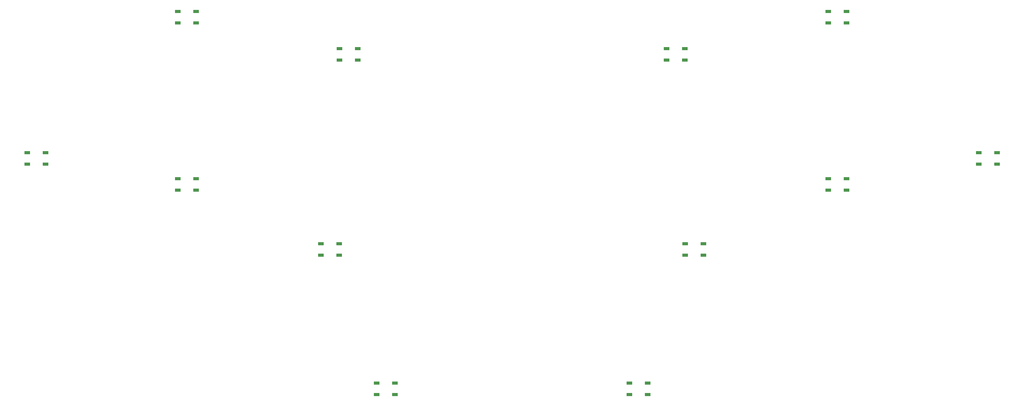
<source format=gbp>
G04 #@! TF.GenerationSoftware,KiCad,Pcbnew,7.0.1*
G04 #@! TF.CreationDate,2023-04-24T22:18:49+02:00*
G04 #@! TF.ProjectId,yeti,79657469-2e6b-4696-9361-645f70636258,rev?*
G04 #@! TF.SameCoordinates,Original*
G04 #@! TF.FileFunction,Paste,Bot*
G04 #@! TF.FilePolarity,Positive*
%FSLAX46Y46*%
G04 Gerber Fmt 4.6, Leading zero omitted, Abs format (unit mm)*
G04 Created by KiCad (PCBNEW 7.0.1) date 2023-04-24 22:18:49*
%MOMM*%
%LPD*%
G01*
G04 APERTURE LIST*
%ADD10R,1.501140X0.899160*%
G04 APERTURE END LIST*
D10*
X241259360Y-26339800D03*
X241259360Y-29540200D03*
X236260640Y-29540200D03*
X236260640Y-26339800D03*
X102575360Y-89839800D03*
X102575360Y-93040200D03*
X97576640Y-93040200D03*
X97576640Y-89839800D03*
X202143360Y-89839800D03*
X202143360Y-93040200D03*
X197144640Y-93040200D03*
X197144640Y-89839800D03*
X63459360Y-26339800D03*
X63459360Y-29540200D03*
X58460640Y-29540200D03*
X58460640Y-26339800D03*
X22311360Y-64947800D03*
X22311360Y-68148200D03*
X17312640Y-68148200D03*
X17312640Y-64947800D03*
X241259360Y-72059800D03*
X241259360Y-75260200D03*
X236260640Y-75260200D03*
X236260640Y-72059800D03*
X107655360Y-36499800D03*
X107655360Y-39700200D03*
X102656640Y-39700200D03*
X102656640Y-36499800D03*
X197063360Y-36499800D03*
X197063360Y-39700200D03*
X192064640Y-39700200D03*
X192064640Y-36499800D03*
X117815360Y-127939800D03*
X117815360Y-131140200D03*
X112816640Y-131140200D03*
X112816640Y-127939800D03*
X282407360Y-64947800D03*
X282407360Y-68148200D03*
X277408640Y-68148200D03*
X277408640Y-64947800D03*
X186903360Y-127939800D03*
X186903360Y-131140200D03*
X181904640Y-131140200D03*
X181904640Y-127939800D03*
X63459360Y-72059800D03*
X63459360Y-75260200D03*
X58460640Y-75260200D03*
X58460640Y-72059800D03*
M02*

</source>
